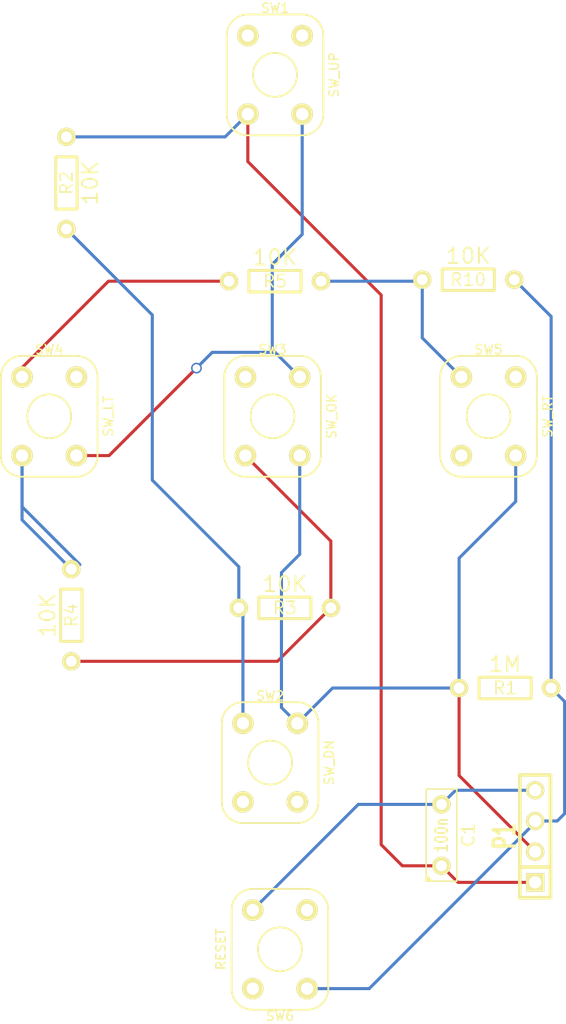
<source format=kicad_pcb>
(kicad_pcb (version 3) (host pcbnew "(2013-mar-13)-testing")

  (general
    (links 34)
    (no_connects 12)
    (area 186.093599 35.6362 232.9942 120.4214)
    (thickness 1.6)
    (drawings 0)
    (tracks 64)
    (zones 0)
    (modules 14)
    (nets 9)
  )

  (page A4)
  (layers
    (15 F.Cu signal)
    (0 B.Cu signal)
    (16 B.Adhes user)
    (17 F.Adhes user)
    (18 B.Paste user)
    (19 F.Paste user)
    (20 B.SilkS user)
    (21 F.SilkS user)
    (22 B.Mask user)
    (23 F.Mask user)
    (24 Dwgs.User user)
    (25 Cmts.User user)
    (26 Eco1.User user)
    (27 Eco2.User user)
    (28 Edge.Cuts user)
  )

  (setup
    (last_trace_width 0.254)
    (trace_clearance 0.254)
    (zone_clearance 0.508)
    (zone_45_only no)
    (trace_min 0.254)
    (segment_width 0.2)
    (edge_width 0.1)
    (via_size 0.889)
    (via_drill 0.635)
    (via_min_size 0.889)
    (via_min_drill 0.508)
    (uvia_size 0.508)
    (uvia_drill 0.127)
    (uvias_allowed no)
    (uvia_min_size 0.508)
    (uvia_min_drill 0.127)
    (pcb_text_width 0.3)
    (pcb_text_size 1.5 1.5)
    (mod_edge_width 0.15)
    (mod_text_size 1 1)
    (mod_text_width 0.15)
    (pad_size 1.5 1.5)
    (pad_drill 0.6)
    (pad_to_mask_clearance 0)
    (aux_axis_origin 0 0)
    (visible_elements 7FFFFFFF)
    (pcbplotparams
      (layerselection 3178497)
      (usegerberextensions true)
      (excludeedgelayer true)
      (linewidth 0.150000)
      (plotframeref false)
      (viasonmask false)
      (mode 1)
      (useauxorigin false)
      (hpglpennumber 1)
      (hpglpenspeed 20)
      (hpglpendiameter 15)
      (hpglpenoverlay 2)
      (psnegative false)
      (psa4output false)
      (plotreference true)
      (plotvalue true)
      (plotothertext true)
      (plotinvisibletext false)
      (padsonsilk false)
      (subtractmaskfromsilk false)
      (outputformat 1)
      (mirror false)
      (drillshape 1)
      (scaleselection 1)
      (outputdirectory ""))
  )

  (net 0 "")
  (net 1 /PWR)
  (net 2 /RST)
  (net 3 /SW)
  (net 4 GND)
  (net 5 N-000001)
  (net 6 N-000002)
  (net 7 N-000003)
  (net 8 N-000004)

  (net_class Default "This is the default net class."
    (clearance 0.254)
    (trace_width 0.254)
    (via_dia 0.889)
    (via_drill 0.635)
    (uvia_dia 0.508)
    (uvia_drill 0.127)
    (add_net "")
    (add_net /PWR)
    (add_net /RST)
    (add_net /SW)
    (add_net GND)
    (add_net N-000001)
    (add_net N-000002)
    (add_net N-000003)
    (add_net N-000004)
  )

  (module C2 (layer F.Cu) (tedit 50DD7714) (tstamp 53063CAD)
    (at 222.9 104.75 90)
    (descr "Condensateur = 2 pas")
    (tags C)
    (path /53063C03)
    (attr smd)
    (fp_text reference C1 (at 0 2.2098 90) (layer F.SilkS)
      (effects (font (size 1.016 1.016) (thickness 0.1524)))
    )
    (fp_text value 100n (at 0 0 90) (layer F.SilkS)
      (effects (font (size 1.016 0.762) (thickness 0.1524)))
    )
    (fp_line (start -3.81 -1.143) (end -3.683 -1.27) (layer F.SilkS) (width 0.127))
    (fp_line (start -3.81 -1.016) (end -3.556 -1.27) (layer F.SilkS) (width 0.127))
    (fp_line (start -3.81 -0.889) (end -3.429 -1.27) (layer F.SilkS) (width 0.127))
    (fp_line (start -3.302 -1.27) (end -3.81 -0.762) (layer F.SilkS) (width 0.127))
    (fp_line (start -3.81 0) (end -3.81 -1.27) (layer F.SilkS) (width 0.127))
    (fp_line (start -3.81 -1.27) (end 3.81 -1.27) (layer F.SilkS) (width 0.127))
    (fp_line (start 3.81 -1.27) (end 3.81 1.27) (layer F.SilkS) (width 0.127))
    (fp_line (start 3.81 1.27) (end -3.81 1.27) (layer F.SilkS) (width 0.127))
    (fp_line (start -3.81 1.27) (end -3.81 0) (layer F.SilkS) (width 0.127))
    (pad 2 thru_hole circle (at -2.54 0 90) (size 1.524 1.524) (drill 0.889)
      (layers *.Cu *.Mask F.SilkS)
      (net 1 /PWR)
    )
    (pad 1 thru_hole circle (at 2.54 0 90) (size 1.524 1.524) (drill 0.889)
      (layers *.Cu *.Mask F.SilkS)
      (net 2 /RST)
    )
    (model "uControl_Libs/3D Modules/capa_2pas_5x5mm.wrl"
      (at (xyz 0 0 0))
      (scale (xyz 1 1 1))
      (rotate (xyz 0 0 0))
    )
  )

  (module SIL-4 (layer F.Cu) (tedit 50D8369E) (tstamp 53063CAE)
    (at 230.6574 104.8512 90)
    (descr "Connecteur 4 pibs")
    (tags "CONN DEV")
    (path /53040325)
    (attr smd)
    (fp_text reference P1 (at 0 -2.54 90) (layer F.SilkS)
      (effects (font (size 1.73482 1.08712) (thickness 0.27178)))
    )
    (fp_text value Buttons (at 0 -2.54 90) (layer F.SilkS) hide
      (effects (font (size 1.524 1.016) (thickness 0.254)))
    )
    (fp_line (start -5.08 -1.27) (end -5.08 -1.27) (layer F.SilkS) (width 0.3048))
    (fp_line (start -5.08 1.27) (end -5.08 -1.27) (layer F.SilkS) (width 0.3048))
    (fp_line (start -5.08 -1.27) (end -5.08 -1.27) (layer F.SilkS) (width 0.3048))
    (fp_line (start -5.08 -1.27) (end 5.08 -1.27) (layer F.SilkS) (width 0.3048))
    (fp_line (start 5.08 -1.27) (end 5.08 1.27) (layer F.SilkS) (width 0.3048))
    (fp_line (start 5.08 1.27) (end -5.08 1.27) (layer F.SilkS) (width 0.3048))
    (fp_line (start -2.54 1.27) (end -2.54 -1.27) (layer F.SilkS) (width 0.3048))
    (pad 1 thru_hole rect (at -3.81 0 90) (size 1.524 1.524) (drill 1.016)
      (layers *.Cu *.Mask F.SilkS)
      (net 1 /PWR)
    )
    (pad 2 thru_hole circle (at -1.27 0 90) (size 1.524 1.524) (drill 1.016)
      (layers *.Cu *.Mask F.SilkS)
      (net 3 /SW)
    )
    (pad 3 thru_hole circle (at 1.27 0 90) (size 1.524 1.524) (drill 1.016)
      (layers *.Cu *.Mask F.SilkS)
      (net 4 GND)
    )
    (pad 4 thru_hole circle (at 3.81 0 90) (size 1.524 1.524) (drill 1.016)
      (layers *.Cu *.Mask F.SilkS)
      (net 2 /RST)
    )
    (model "uControl_Libs/3D Modules/pin_strip_4.wrl"
      (at (xyz 0 0 0))
      (scale (xyz 1 1 1))
      (rotate (xyz 0 0 0))
    )
  )

  (module RC03 (layer F.Cu) (tedit 50E28383) (tstamp 53063CBC)
    (at 228.1682 92.583 180)
    (descr "Resistor, RC03")
    (tags R)
    (path /5303F9C3)
    (autoplace_cost180 10)
    (fp_text reference R1 (at 0 0 180) (layer F.SilkS)
      (effects (font (size 1.016 1.016) (thickness 0.127)))
    )
    (fp_text value 1M (at 0 1.9685 180) (layer F.SilkS)
      (effects (font (size 1.27 1.27) (thickness 0.1524)))
    )
    (fp_line (start -2.159 -0.889) (end -2.159 0.889) (layer F.SilkS) (width 0.254))
    (fp_line (start -2.159 0.889) (end 2.159 0.889) (layer F.SilkS) (width 0.254))
    (fp_line (start 2.159 0.889) (end 2.159 -0.889) (layer F.SilkS) (width 0.254))
    (fp_line (start 2.159 -0.889) (end -2.159 -0.889) (layer F.SilkS) (width 0.254))
    (pad 2 thru_hole circle (at -3.81 0 180) (size 1.524 1.524) (drill 0.889)
      (layers *.Cu *.Mask F.SilkS)
      (net 4 GND)
    )
    (pad 1 thru_hole circle (at 3.81 0 180) (size 1.524 1.524) (drill 0.889)
      (layers *.Cu *.Mask F.SilkS)
      (net 3 /SW)
    )
    (model "uControl_Libs/3D Modules/rc03.wrl"
      (at (xyz 0 0 0))
      (scale (xyz 1 1 1))
      (rotate (xyz 0 0 0))
    )
  )

  (module RC03 (layer F.Cu) (tedit 50E28383) (tstamp 53063CC5)
    (at 191.8462 50.8 90)
    (descr "Resistor, RC03")
    (tags R)
    (path /5304004E)
    (autoplace_cost180 10)
    (fp_text reference R2 (at 0 0 90) (layer F.SilkS)
      (effects (font (size 1.016 1.016) (thickness 0.127)))
    )
    (fp_text value 10K (at 0 1.9685 90) (layer F.SilkS)
      (effects (font (size 1.27 1.27) (thickness 0.1524)))
    )
    (fp_line (start -2.159 -0.889) (end -2.159 0.889) (layer F.SilkS) (width 0.254))
    (fp_line (start -2.159 0.889) (end 2.159 0.889) (layer F.SilkS) (width 0.254))
    (fp_line (start 2.159 0.889) (end 2.159 -0.889) (layer F.SilkS) (width 0.254))
    (fp_line (start 2.159 -0.889) (end -2.159 -0.889) (layer F.SilkS) (width 0.254))
    (pad 2 thru_hole circle (at -3.81 0 90) (size 1.524 1.524) (drill 0.889)
      (layers *.Cu *.Mask F.SilkS)
      (net 8 N-000004)
    )
    (pad 1 thru_hole circle (at 3.81 0 90) (size 1.524 1.524) (drill 0.889)
      (layers *.Cu *.Mask F.SilkS)
      (net 1 /PWR)
    )
    (model "uControl_Libs/3D Modules/rc03.wrl"
      (at (xyz 0 0 0))
      (scale (xyz 1 1 1))
      (rotate (xyz 0 0 0))
    )
  )

  (module RC03 (layer F.Cu) (tedit 50E28383) (tstamp 53063CCE)
    (at 209.931 85.9536 180)
    (descr "Resistor, RC03")
    (tags R)
    (path /53040045)
    (autoplace_cost180 10)
    (fp_text reference R3 (at 0 0 180) (layer F.SilkS)
      (effects (font (size 1.016 1.016) (thickness 0.127)))
    )
    (fp_text value 10K (at 0 1.9685 180) (layer F.SilkS)
      (effects (font (size 1.27 1.27) (thickness 0.1524)))
    )
    (fp_line (start -2.159 -0.889) (end -2.159 0.889) (layer F.SilkS) (width 0.254))
    (fp_line (start -2.159 0.889) (end 2.159 0.889) (layer F.SilkS) (width 0.254))
    (fp_line (start 2.159 0.889) (end 2.159 -0.889) (layer F.SilkS) (width 0.254))
    (fp_line (start 2.159 -0.889) (end -2.159 -0.889) (layer F.SilkS) (width 0.254))
    (pad 2 thru_hole circle (at -3.81 0 180) (size 1.524 1.524) (drill 0.889)
      (layers *.Cu *.Mask F.SilkS)
      (net 7 N-000003)
    )
    (pad 1 thru_hole circle (at 3.81 0 180) (size 1.524 1.524) (drill 0.889)
      (layers *.Cu *.Mask F.SilkS)
      (net 8 N-000004)
    )
    (model "uControl_Libs/3D Modules/rc03.wrl"
      (at (xyz 0 0 0))
      (scale (xyz 1 1 1))
      (rotate (xyz 0 0 0))
    )
  )

  (module RC03 (layer F.Cu) (tedit 50E28383) (tstamp 53063CD7)
    (at 192.2526 86.5632 270)
    (descr "Resistor, RC03")
    (tags R)
    (path /5304003A)
    (autoplace_cost180 10)
    (fp_text reference R4 (at 0 0 270) (layer F.SilkS)
      (effects (font (size 1.016 1.016) (thickness 0.127)))
    )
    (fp_text value 10K (at 0 1.9685 270) (layer F.SilkS)
      (effects (font (size 1.27 1.27) (thickness 0.1524)))
    )
    (fp_line (start -2.159 -0.889) (end -2.159 0.889) (layer F.SilkS) (width 0.254))
    (fp_line (start -2.159 0.889) (end 2.159 0.889) (layer F.SilkS) (width 0.254))
    (fp_line (start 2.159 0.889) (end 2.159 -0.889) (layer F.SilkS) (width 0.254))
    (fp_line (start 2.159 -0.889) (end -2.159 -0.889) (layer F.SilkS) (width 0.254))
    (pad 2 thru_hole circle (at -3.81 0 270) (size 1.524 1.524) (drill 0.889)
      (layers *.Cu *.Mask F.SilkS)
      (net 6 N-000002)
    )
    (pad 1 thru_hole circle (at 3.81 0 270) (size 1.524 1.524) (drill 0.889)
      (layers *.Cu *.Mask F.SilkS)
      (net 7 N-000003)
    )
    (model "uControl_Libs/3D Modules/rc03.wrl"
      (at (xyz 0 0 0))
      (scale (xyz 1 1 1))
      (rotate (xyz 0 0 0))
    )
  )

  (module RC03 (layer F.Cu) (tedit 50E28383) (tstamp 53063CE0)
    (at 209.1182 58.928 180)
    (descr "Resistor, RC03")
    (tags R)
    (path /53040032)
    (autoplace_cost180 10)
    (fp_text reference R5 (at 0 0 180) (layer F.SilkS)
      (effects (font (size 1.016 1.016) (thickness 0.127)))
    )
    (fp_text value 10K (at 0 1.9685 180) (layer F.SilkS)
      (effects (font (size 1.27 1.27) (thickness 0.1524)))
    )
    (fp_line (start -2.159 -0.889) (end -2.159 0.889) (layer F.SilkS) (width 0.254))
    (fp_line (start -2.159 0.889) (end 2.159 0.889) (layer F.SilkS) (width 0.254))
    (fp_line (start 2.159 0.889) (end 2.159 -0.889) (layer F.SilkS) (width 0.254))
    (fp_line (start 2.159 -0.889) (end -2.159 -0.889) (layer F.SilkS) (width 0.254))
    (pad 2 thru_hole circle (at -3.81 0 180) (size 1.524 1.524) (drill 0.889)
      (layers *.Cu *.Mask F.SilkS)
      (net 5 N-000001)
    )
    (pad 1 thru_hole circle (at 3.81 0 180) (size 1.524 1.524) (drill 0.889)
      (layers *.Cu *.Mask F.SilkS)
      (net 6 N-000002)
    )
    (model "uControl_Libs/3D Modules/rc03.wrl"
      (at (xyz 0 0 0))
      (scale (xyz 1 1 1))
      (rotate (xyz 0 0 0))
    )
  )

  (module RC03 (layer F.Cu) (tedit 50E28383) (tstamp 53063CE9)
    (at 225.1202 58.801 180)
    (descr "Resistor, RC03")
    (tags R)
    (path /5303FB7E)
    (autoplace_cost180 10)
    (fp_text reference R10 (at 0 0 180) (layer F.SilkS)
      (effects (font (size 1.016 1.016) (thickness 0.127)))
    )
    (fp_text value 10K (at 0 1.9685 180) (layer F.SilkS)
      (effects (font (size 1.27 1.27) (thickness 0.1524)))
    )
    (fp_line (start -2.159 -0.889) (end -2.159 0.889) (layer F.SilkS) (width 0.254))
    (fp_line (start -2.159 0.889) (end 2.159 0.889) (layer F.SilkS) (width 0.254))
    (fp_line (start 2.159 0.889) (end 2.159 -0.889) (layer F.SilkS) (width 0.254))
    (fp_line (start 2.159 -0.889) (end -2.159 -0.889) (layer F.SilkS) (width 0.254))
    (pad 2 thru_hole circle (at -3.81 0 180) (size 1.524 1.524) (drill 0.889)
      (layers *.Cu *.Mask F.SilkS)
      (net 4 GND)
    )
    (pad 1 thru_hole circle (at 3.81 0 180) (size 1.524 1.524) (drill 0.889)
      (layers *.Cu *.Mask F.SilkS)
      (net 5 N-000001)
    )
    (model "uControl_Libs/3D Modules/rc03.wrl"
      (at (xyz 0 0 0))
      (scale (xyz 1 1 1))
      (rotate (xyz 0 0 0))
    )
  )

  (module SW-PB (layer F.Cu) (tedit 52933384) (tstamp 53063CF2)
    (at 209.1182 41.8592)
    (descr "PCB pushbutton, Tyco FSM6x6 series")
    (tags pushbutton)
    (path /5303F58A)
    (fp_text reference SW1 (at 0 -5.5245) (layer F.SilkS)
      (effects (font (size 0.762 0.762) (thickness 0.127)))
    )
    (fp_text value SW_UP (at 4.8895 0 90) (layer F.SilkS)
      (effects (font (size 0.762 0.762) (thickness 0.127)))
    )
    (fp_arc (start -2.25 3.25) (end -2.25 5) (angle 90) (layer F.SilkS) (width 0.1524))
    (fp_line (start 2.25 5) (end -2.25 5) (layer F.SilkS) (width 0.1524))
    (fp_arc (start 2.25 3.25) (end 4 3.25) (angle 90) (layer F.SilkS) (width 0.1524))
    (fp_line (start 4 -3.25) (end 4 3.25) (layer F.SilkS) (width 0.1524))
    (fp_line (start -2.25 -5) (end 2.25 -5) (layer F.SilkS) (width 0.1524))
    (fp_line (start -4 3.25) (end -4 -3.25) (layer F.SilkS) (width 0.1524))
    (fp_arc (start -2.25 -3.25) (end -4 -3.25) (angle 90) (layer F.SilkS) (width 0.1524))
    (fp_arc (start 2.25 -3.25) (end 2.25 -5) (angle 90) (layer F.SilkS) (width 0.1524))
    (fp_circle (center 0 0) (end -1.8161 0) (layer F.SilkS) (width 0.1524))
    (pad 1 thru_hole circle (at -2.25 -3.25) (size 1.778 1.778) (drill 1.016)
      (layers *.Cu *.Mask F.SilkS)
      (net 1 /PWR)
    )
    (pad 2 thru_hole circle (at 2.25 3.25) (size 1.778 1.778) (drill 1.016)
      (layers *.Cu *.Mask F.SilkS)
      (net 3 /SW)
    )
    (pad 2 thru_hole circle (at 2.25 -3.25) (size 1.778 1.778) (drill 1.016)
      (layers *.Cu *.Mask F.SilkS)
      (net 3 /SW)
    )
    (pad 1 thru_hole circle (at -2.25 3.25) (size 1.778 1.778) (drill 1.016)
      (layers *.Cu *.Mask F.SilkS)
      (net 1 /PWR)
    )
    (model "TiNA-libs/3D Modules/pcb_push.wrl"
      (at (xyz 0 0 0))
      (scale (xyz 1 1 1))
      (rotate (xyz 0 0 0))
    )
  )

  (module SW-PB (layer F.Cu) (tedit 52933384) (tstamp 53063D02)
    (at 208.7118 98.7552)
    (descr "PCB pushbutton, Tyco FSM6x6 series")
    (tags pushbutton)
    (path /5303F7D6)
    (fp_text reference SW2 (at 0 -5.5245) (layer F.SilkS)
      (effects (font (size 0.762 0.762) (thickness 0.127)))
    )
    (fp_text value SW_DN (at 4.8895 0 90) (layer F.SilkS)
      (effects (font (size 0.762 0.762) (thickness 0.127)))
    )
    (fp_arc (start -2.25 3.25) (end -2.25 5) (angle 90) (layer F.SilkS) (width 0.1524))
    (fp_line (start 2.25 5) (end -2.25 5) (layer F.SilkS) (width 0.1524))
    (fp_arc (start 2.25 3.25) (end 4 3.25) (angle 90) (layer F.SilkS) (width 0.1524))
    (fp_line (start 4 -3.25) (end 4 3.25) (layer F.SilkS) (width 0.1524))
    (fp_line (start -2.25 -5) (end 2.25 -5) (layer F.SilkS) (width 0.1524))
    (fp_line (start -4 3.25) (end -4 -3.25) (layer F.SilkS) (width 0.1524))
    (fp_arc (start -2.25 -3.25) (end -4 -3.25) (angle 90) (layer F.SilkS) (width 0.1524))
    (fp_arc (start 2.25 -3.25) (end 2.25 -5) (angle 90) (layer F.SilkS) (width 0.1524))
    (fp_circle (center 0 0) (end -1.8161 0) (layer F.SilkS) (width 0.1524))
    (pad 1 thru_hole circle (at -2.25 -3.25) (size 1.778 1.778) (drill 1.016)
      (layers *.Cu *.Mask F.SilkS)
      (net 8 N-000004)
    )
    (pad 2 thru_hole circle (at 2.25 3.25) (size 1.778 1.778) (drill 1.016)
      (layers *.Cu *.Mask F.SilkS)
      (net 3 /SW)
    )
    (pad 2 thru_hole circle (at 2.25 -3.25) (size 1.778 1.778) (drill 1.016)
      (layers *.Cu *.Mask F.SilkS)
      (net 3 /SW)
    )
    (pad 1 thru_hole circle (at -2.25 3.25) (size 1.778 1.778) (drill 1.016)
      (layers *.Cu *.Mask F.SilkS)
      (net 8 N-000004)
    )
    (model "TiNA-libs/3D Modules/pcb_push.wrl"
      (at (xyz 0 0 0))
      (scale (xyz 1 1 1))
      (rotate (xyz 0 0 0))
    )
  )

  (module SW-PB (layer F.Cu) (tedit 52933384) (tstamp 53063D12)
    (at 208.915 70.104)
    (descr "PCB pushbutton, Tyco FSM6x6 series")
    (tags pushbutton)
    (path /5303F7F8)
    (fp_text reference SW3 (at 0 -5.5245) (layer F.SilkS)
      (effects (font (size 0.762 0.762) (thickness 0.127)))
    )
    (fp_text value SW_OK (at 4.8895 0 90) (layer F.SilkS)
      (effects (font (size 0.762 0.762) (thickness 0.127)))
    )
    (fp_arc (start -2.25 3.25) (end -2.25 5) (angle 90) (layer F.SilkS) (width 0.1524))
    (fp_line (start 2.25 5) (end -2.25 5) (layer F.SilkS) (width 0.1524))
    (fp_arc (start 2.25 3.25) (end 4 3.25) (angle 90) (layer F.SilkS) (width 0.1524))
    (fp_line (start 4 -3.25) (end 4 3.25) (layer F.SilkS) (width 0.1524))
    (fp_line (start -2.25 -5) (end 2.25 -5) (layer F.SilkS) (width 0.1524))
    (fp_line (start -4 3.25) (end -4 -3.25) (layer F.SilkS) (width 0.1524))
    (fp_arc (start -2.25 -3.25) (end -4 -3.25) (angle 90) (layer F.SilkS) (width 0.1524))
    (fp_arc (start 2.25 -3.25) (end 2.25 -5) (angle 90) (layer F.SilkS) (width 0.1524))
    (fp_circle (center 0 0) (end -1.8161 0) (layer F.SilkS) (width 0.1524))
    (pad 1 thru_hole circle (at -2.25 -3.25) (size 1.778 1.778) (drill 1.016)
      (layers *.Cu *.Mask F.SilkS)
      (net 7 N-000003)
    )
    (pad 2 thru_hole circle (at 2.25 3.25) (size 1.778 1.778) (drill 1.016)
      (layers *.Cu *.Mask F.SilkS)
      (net 3 /SW)
    )
    (pad 2 thru_hole circle (at 2.25 -3.25) (size 1.778 1.778) (drill 1.016)
      (layers *.Cu *.Mask F.SilkS)
      (net 3 /SW)
    )
    (pad 1 thru_hole circle (at -2.25 3.25) (size 1.778 1.778) (drill 1.016)
      (layers *.Cu *.Mask F.SilkS)
      (net 7 N-000003)
    )
    (model "TiNA-libs/3D Modules/pcb_push.wrl"
      (at (xyz 0 0 0))
      (scale (xyz 1 1 1))
      (rotate (xyz 0 0 0))
    )
  )

  (module SW-PB (layer F.Cu) (tedit 52933384) (tstamp 53063D22)
    (at 190.4238 70.104)
    (descr "PCB pushbutton, Tyco FSM6x6 series")
    (tags pushbutton)
    (path /5303F804)
    (fp_text reference SW4 (at 0 -5.5245) (layer F.SilkS)
      (effects (font (size 0.762 0.762) (thickness 0.127)))
    )
    (fp_text value SW_LT (at 4.8895 0 90) (layer F.SilkS)
      (effects (font (size 0.762 0.762) (thickness 0.127)))
    )
    (fp_arc (start -2.25 3.25) (end -2.25 5) (angle 90) (layer F.SilkS) (width 0.1524))
    (fp_line (start 2.25 5) (end -2.25 5) (layer F.SilkS) (width 0.1524))
    (fp_arc (start 2.25 3.25) (end 4 3.25) (angle 90) (layer F.SilkS) (width 0.1524))
    (fp_line (start 4 -3.25) (end 4 3.25) (layer F.SilkS) (width 0.1524))
    (fp_line (start -2.25 -5) (end 2.25 -5) (layer F.SilkS) (width 0.1524))
    (fp_line (start -4 3.25) (end -4 -3.25) (layer F.SilkS) (width 0.1524))
    (fp_arc (start -2.25 -3.25) (end -4 -3.25) (angle 90) (layer F.SilkS) (width 0.1524))
    (fp_arc (start 2.25 -3.25) (end 2.25 -5) (angle 90) (layer F.SilkS) (width 0.1524))
    (fp_circle (center 0 0) (end -1.8161 0) (layer F.SilkS) (width 0.1524))
    (pad 1 thru_hole circle (at -2.25 -3.25) (size 1.778 1.778) (drill 1.016)
      (layers *.Cu *.Mask F.SilkS)
      (net 6 N-000002)
    )
    (pad 2 thru_hole circle (at 2.25 3.25) (size 1.778 1.778) (drill 1.016)
      (layers *.Cu *.Mask F.SilkS)
      (net 3 /SW)
    )
    (pad 2 thru_hole circle (at 2.25 -3.25) (size 1.778 1.778) (drill 1.016)
      (layers *.Cu *.Mask F.SilkS)
      (net 3 /SW)
    )
    (pad 1 thru_hole circle (at -2.25 3.25) (size 1.778 1.778) (drill 1.016)
      (layers *.Cu *.Mask F.SilkS)
      (net 6 N-000002)
    )
    (model "TiNA-libs/3D Modules/pcb_push.wrl"
      (at (xyz 0 0 0))
      (scale (xyz 1 1 1))
      (rotate (xyz 0 0 0))
    )
  )

  (module SW-PB (layer F.Cu) (tedit 52933384) (tstamp 53063D32)
    (at 226.7966 70.104)
    (descr "PCB pushbutton, Tyco FSM6x6 series")
    (tags pushbutton)
    (path /5303F810)
    (fp_text reference SW5 (at 0 -5.5245) (layer F.SilkS)
      (effects (font (size 0.762 0.762) (thickness 0.127)))
    )
    (fp_text value SW_RT (at 4.8895 0 90) (layer F.SilkS)
      (effects (font (size 0.762 0.762) (thickness 0.127)))
    )
    (fp_arc (start -2.25 3.25) (end -2.25 5) (angle 90) (layer F.SilkS) (width 0.1524))
    (fp_line (start 2.25 5) (end -2.25 5) (layer F.SilkS) (width 0.1524))
    (fp_arc (start 2.25 3.25) (end 4 3.25) (angle 90) (layer F.SilkS) (width 0.1524))
    (fp_line (start 4 -3.25) (end 4 3.25) (layer F.SilkS) (width 0.1524))
    (fp_line (start -2.25 -5) (end 2.25 -5) (layer F.SilkS) (width 0.1524))
    (fp_line (start -4 3.25) (end -4 -3.25) (layer F.SilkS) (width 0.1524))
    (fp_arc (start -2.25 -3.25) (end -4 -3.25) (angle 90) (layer F.SilkS) (width 0.1524))
    (fp_arc (start 2.25 -3.25) (end 2.25 -5) (angle 90) (layer F.SilkS) (width 0.1524))
    (fp_circle (center 0 0) (end -1.8161 0) (layer F.SilkS) (width 0.1524))
    (pad 1 thru_hole circle (at -2.25 -3.25) (size 1.778 1.778) (drill 1.016)
      (layers *.Cu *.Mask F.SilkS)
      (net 5 N-000001)
    )
    (pad 2 thru_hole circle (at 2.25 3.25) (size 1.778 1.778) (drill 1.016)
      (layers *.Cu *.Mask F.SilkS)
      (net 3 /SW)
    )
    (pad 2 thru_hole circle (at 2.25 -3.25) (size 1.778 1.778) (drill 1.016)
      (layers *.Cu *.Mask F.SilkS)
      (net 3 /SW)
    )
    (pad 1 thru_hole circle (at -2.25 3.25) (size 1.778 1.778) (drill 1.016)
      (layers *.Cu *.Mask F.SilkS)
      (net 5 N-000001)
    )
    (model "TiNA-libs/3D Modules/pcb_push.wrl"
      (at (xyz 0 0 0))
      (scale (xyz 1 1 1))
      (rotate (xyz 0 0 0))
    )
  )

  (module SW-PB (layer F.Cu) (tedit 52933384) (tstamp 53063D42)
    (at 209.5246 114.1984 180)
    (descr "PCB pushbutton, Tyco FSM6x6 series")
    (tags pushbutton)
    (path /53040466)
    (fp_text reference SW6 (at 0 -5.5245 180) (layer F.SilkS)
      (effects (font (size 0.762 0.762) (thickness 0.127)))
    )
    (fp_text value RESET (at 4.8895 0 270) (layer F.SilkS)
      (effects (font (size 0.762 0.762) (thickness 0.127)))
    )
    (fp_arc (start -2.25 3.25) (end -2.25 5) (angle 90) (layer F.SilkS) (width 0.1524))
    (fp_line (start 2.25 5) (end -2.25 5) (layer F.SilkS) (width 0.1524))
    (fp_arc (start 2.25 3.25) (end 4 3.25) (angle 90) (layer F.SilkS) (width 0.1524))
    (fp_line (start 4 -3.25) (end 4 3.25) (layer F.SilkS) (width 0.1524))
    (fp_line (start -2.25 -5) (end 2.25 -5) (layer F.SilkS) (width 0.1524))
    (fp_line (start -4 3.25) (end -4 -3.25) (layer F.SilkS) (width 0.1524))
    (fp_arc (start -2.25 -3.25) (end -4 -3.25) (angle 90) (layer F.SilkS) (width 0.1524))
    (fp_arc (start 2.25 -3.25) (end 2.25 -5) (angle 90) (layer F.SilkS) (width 0.1524))
    (fp_circle (center 0 0) (end -1.8161 0) (layer F.SilkS) (width 0.1524))
    (pad 1 thru_hole circle (at -2.25 -3.25 180) (size 1.778 1.778) (drill 1.016)
      (layers *.Cu *.Mask F.SilkS)
      (net 4 GND)
    )
    (pad 2 thru_hole circle (at 2.25 3.25 180) (size 1.778 1.778) (drill 1.016)
      (layers *.Cu *.Mask F.SilkS)
      (net 2 /RST)
    )
    (pad 2 thru_hole circle (at 2.25 -3.25 180) (size 1.778 1.778) (drill 1.016)
      (layers *.Cu *.Mask F.SilkS)
      (net 2 /RST)
    )
    (pad 1 thru_hole circle (at -2.25 3.25 180) (size 1.778 1.778) (drill 1.016)
      (layers *.Cu *.Mask F.SilkS)
      (net 4 GND)
    )
    (model "TiNA-libs/3D Modules/pcb_push.wrl"
      (at (xyz 0 0 0))
      (scale (xyz 1 1 1))
      (rotate (xyz 0 0 0))
    )
  )

  (segment (start 191.8462 46.99) (end 204.9874 46.99) (width 0.254) (layer B.Cu) (net 1) (status 400000))
  (segment (start 204.9874 46.99) (end 206.8682 45.1092) (width 0.254) (layer B.Cu) (net 1) (tstamp 5306D8D6) (status 800000))
  (segment (start 206.8682 45.1092) (end 206.8682 49.0326) (width 0.254) (layer F.Cu) (net 1))
  (segment (start 219.6596 107.29) (end 222.9 107.29) (width 0.254) (layer F.Cu) (net 1) (tstamp 5306D6BE))
  (segment (start 217.9066 105.537) (end 219.6596 107.29) (width 0.254) (layer F.Cu) (net 1) (tstamp 5306D6BD))
  (segment (start 217.9066 60.071) (end 217.9066 105.537) (width 0.254) (layer F.Cu) (net 1) (tstamp 5306D6B3))
  (segment (start 206.8682 49.0326) (end 217.9066 60.071) (width 0.254) (layer F.Cu) (net 1) (tstamp 5306D6A9))
  (segment (start 230.6574 108.6612) (end 224.2712 108.6612) (width 0.254) (layer F.Cu) (net 1))
  (segment (start 224.2712 108.6612) (end 222.9 107.29) (width 0.254) (layer F.Cu) (net 1) (tstamp 5306D685))
  (segment (start 230.6574 101.0412) (end 224.0688 101.0412) (width 0.254) (layer B.Cu) (net 2))
  (segment (start 224.0688 101.0412) (end 222.9 102.21) (width 0.254) (layer B.Cu) (net 2) (tstamp 5306D622))
  (segment (start 222.9 102.21) (end 216.013 102.21) (width 0.254) (layer B.Cu) (net 2))
  (segment (start 216.013 102.21) (end 207.2746 110.9484) (width 0.254) (layer B.Cu) (net 2) (tstamp 5306D60F))
  (segment (start 192.6738 73.354) (end 195.378 73.354) (width 0.254) (layer F.Cu) (net 3) (status 400000))
  (segment (start 203.918 64.814) (end 209.125 64.814) (width 0.254) (layer B.Cu) (net 3) (tstamp 5306D9DE))
  (segment (start 202.6158 66.1162) (end 203.918 64.814) (width 0.254) (layer B.Cu) (net 3) (tstamp 5306D9DD))
  (via (at 202.6158 66.1162) (size 0.889) (layers F.Cu B.Cu) (net 3))
  (segment (start 195.378 73.354) (end 202.6158 66.1162) (width 0.254) (layer F.Cu) (net 3) (tstamp 5306D9CD))
  (segment (start 229.0466 73.354) (end 229.0466 77.1504) (width 0.254) (layer B.Cu) (net 3) (status 400000))
  (segment (start 224.3582 81.8388) (end 224.3582 92.583) (width 0.254) (layer B.Cu) (net 3) (tstamp 5306D959) (status 800000))
  (segment (start 229.0466 77.1504) (end 224.3582 81.8388) (width 0.254) (layer B.Cu) (net 3) (tstamp 5306D94C))
  (segment (start 211.165 73.354) (end 211.165 81.5192) (width 0.254) (layer B.Cu) (net 3) (status 400000))
  (segment (start 209.6516 94.195) (end 210.9618 95.5052) (width 0.254) (layer B.Cu) (net 3) (tstamp 5306D873) (status 800000))
  (segment (start 209.6516 83.0326) (end 209.6516 94.195) (width 0.254) (layer B.Cu) (net 3) (tstamp 5306D86D))
  (segment (start 211.165 81.5192) (end 209.6516 83.0326) (width 0.254) (layer B.Cu) (net 3) (tstamp 5306D868))
  (segment (start 211.3682 45.1092) (end 211.3682 55.0524) (width 0.254) (layer B.Cu) (net 3) (status 400000))
  (segment (start 208.8896 64.5786) (end 209.125 64.814) (width 0.254) (layer B.Cu) (net 3) (tstamp 5306D855))
  (segment (start 209.125 64.814) (end 211.165 66.854) (width 0.254) (layer B.Cu) (net 3) (tstamp 5306D9E5) (status 800000))
  (segment (start 208.8896 57.531) (end 208.8896 64.5786) (width 0.254) (layer B.Cu) (net 3) (tstamp 5306D852))
  (segment (start 211.3682 55.0524) (end 208.8896 57.531) (width 0.254) (layer B.Cu) (net 3) (tstamp 5306D848))
  (segment (start 224.3582 92.583) (end 224.3582 99.822) (width 0.254) (layer F.Cu) (net 3))
  (segment (start 224.3582 99.822) (end 230.6574 106.1212) (width 0.254) (layer F.Cu) (net 3) (tstamp 5306D69F))
  (segment (start 224.3582 92.583) (end 213.884 92.583) (width 0.254) (layer B.Cu) (net 3))
  (segment (start 213.884 92.583) (end 210.9618 95.5052) (width 0.254) (layer B.Cu) (net 3) (tstamp 5306D636))
  (segment (start 231.9782 92.583) (end 231.9782 61.849) (width 0.254) (layer B.Cu) (net 4) (status 400000))
  (segment (start 231.9782 61.849) (end 228.9302 58.801) (width 0.254) (layer B.Cu) (net 4) (tstamp 5306D90A) (status 800000))
  (segment (start 230.6574 103.5812) (end 232.4862 103.5812) (width 0.254) (layer B.Cu) (net 4) (status 400000))
  (segment (start 233.0958 93.7006) (end 231.9782 92.583) (width 0.254) (layer B.Cu) (net 4) (tstamp 5306D903) (status 800000))
  (segment (start 233.0958 102.9716) (end 233.0958 93.7006) (width 0.254) (layer B.Cu) (net 4) (tstamp 5306D8FD))
  (segment (start 232.4862 103.5812) (end 233.0958 102.9716) (width 0.254) (layer B.Cu) (net 4) (tstamp 5306D8FA))
  (segment (start 230.6574 103.5812) (end 230.6574 103.7082) (width 0.254) (layer B.Cu) (net 4))
  (segment (start 216.9172 117.4484) (end 211.7746 117.4484) (width 0.254) (layer B.Cu) (net 4) (tstamp 5306D5F3))
  (segment (start 230.6574 103.7082) (end 216.9172 117.4484) (width 0.254) (layer B.Cu) (net 4) (tstamp 5306D5ED))
  (segment (start 221.3102 58.801) (end 221.3102 63.6176) (width 0.254) (layer B.Cu) (net 5) (status 400000))
  (segment (start 221.3102 63.6176) (end 224.5466 66.854) (width 0.254) (layer B.Cu) (net 5) (tstamp 5306D91C) (status 800000))
  (segment (start 212.9282 58.928) (end 221.1832 58.928) (width 0.254) (layer B.Cu) (net 5) (status C00000))
  (segment (start 221.1832 58.928) (end 221.3102 58.801) (width 0.254) (layer B.Cu) (net 5) (tstamp 5306D918) (status C00000))
  (segment (start 188.1738 73.354) (end 188.1738 78.6744) (width 0.254) (layer B.Cu) (net 6) (status 400000))
  (segment (start 188.1738 78.6744) (end 192.2526 82.7532) (width 0.254) (layer B.Cu) (net 6) (tstamp 5306DA6C) (status 800000))
  (segment (start 205.3082 58.928) (end 195.326 58.928) (width 0.254) (layer F.Cu) (net 6) (status 400000))
  (segment (start 188.1738 66.0802) (end 188.1738 66.854) (width 0.254) (layer F.Cu) (net 6) (tstamp 5306DA18) (status C00000))
  (segment (start 195.326 58.928) (end 188.1738 66.0802) (width 0.254) (layer F.Cu) (net 6) (tstamp 5306DA13) (status 800000))
  (segment (start 188.1738 73.354) (end 188.1738 77.5822) (width 0.254) (layer B.Cu) (net 6) (status 400000))
  (segment (start 188.1738 77.5822) (end 192.9638 82.3722) (width 0.254) (layer B.Cu) (net 6) (tstamp 5306D8ED))
  (segment (start 213.741 85.9536) (end 213.741 80.43) (width 0.254) (layer F.Cu) (net 7) (status 400000))
  (segment (start 213.741 80.43) (end 206.665 73.354) (width 0.254) (layer F.Cu) (net 7) (tstamp 5306D9B5) (status 800000))
  (segment (start 192.2526 90.3732) (end 209.3214 90.3732) (width 0.254) (layer F.Cu) (net 7) (status 400000))
  (segment (start 209.3214 90.3732) (end 213.741 85.9536) (width 0.254) (layer F.Cu) (net 7) (tstamp 5306D9AE) (status 800000))
  (segment (start 206.121 85.9536) (end 206.121 82.55) (width 0.254) (layer B.Cu) (net 8) (status 400000))
  (segment (start 198.9582 61.722) (end 191.8462 54.61) (width 0.254) (layer B.Cu) (net 8) (tstamp 5306D8CF) (status 800000))
  (segment (start 198.9582 75.3872) (end 198.9582 61.722) (width 0.254) (layer B.Cu) (net 8) (tstamp 5306D8CB))
  (segment (start 206.121 82.55) (end 198.9582 75.3872) (width 0.254) (layer B.Cu) (net 8) (tstamp 5306D8C6))
  (segment (start 206.4618 95.5052) (end 206.4618 86.2944) (width 0.254) (layer B.Cu) (net 8))
  (segment (start 206.4618 86.2944) (end 206.121 85.9536) (width 0.254) (layer B.Cu) (net 8) (tstamp 5306D63C))

)

</source>
